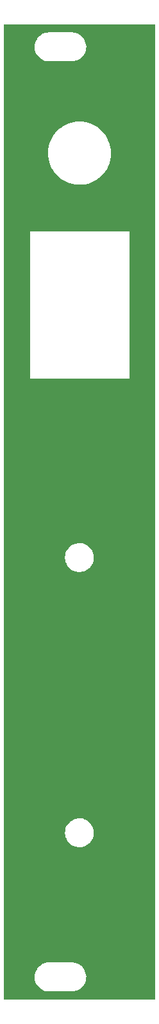
<source format=gtl>
G04 #@! TF.GenerationSoftware,KiCad,Pcbnew,6.0.4-6f826c9f35~116~ubuntu18.04.1*
G04 #@! TF.CreationDate,2022-10-10T17:57:14-04:00*
G04 #@! TF.ProjectId,4UP-panel,3455502d-7061-46e6-956c-2e6b69636164,rev?*
G04 #@! TF.SameCoordinates,Original*
G04 #@! TF.FileFunction,Copper,L1,Top*
G04 #@! TF.FilePolarity,Positive*
%FSLAX46Y46*%
G04 Gerber Fmt 4.6, Leading zero omitted, Abs format (unit mm)*
G04 Created by KiCad (PCBNEW 6.0.4-6f826c9f35~116~ubuntu18.04.1) date 2022-10-10 17:57:14*
%MOMM*%
%LPD*%
G01*
G04 APERTURE LIST*
G04 APERTURE END LIST*
G04 #@! TA.AperFunction,NonConductor*
G36*
X50931621Y-30030502D02*
G01*
X50978114Y-30084158D01*
X50989500Y-30136500D01*
X50989500Y-158363500D01*
X50969498Y-158431621D01*
X50915842Y-158478114D01*
X50863500Y-158489500D01*
X31136500Y-158489500D01*
X31068379Y-158469498D01*
X31021886Y-158415842D01*
X31010500Y-158363500D01*
X31010500Y-155543233D01*
X35094906Y-155543233D01*
X35121102Y-155817792D01*
X35186657Y-156085694D01*
X35290199Y-156341326D01*
X35292500Y-156345256D01*
X35292503Y-156345262D01*
X35427255Y-156575403D01*
X35427260Y-156575410D01*
X35429558Y-156579335D01*
X35432405Y-156582895D01*
X35550028Y-156729974D01*
X35601816Y-156794732D01*
X35803364Y-156983008D01*
X36029979Y-157140216D01*
X36034055Y-157142244D01*
X36034057Y-157142245D01*
X36272827Y-157261032D01*
X36272830Y-157261033D01*
X36276914Y-157263065D01*
X36538998Y-157348980D01*
X36543489Y-157349760D01*
X36543490Y-157349760D01*
X36806957Y-157395506D01*
X36806965Y-157395507D01*
X36810738Y-157396162D01*
X36814575Y-157396353D01*
X36896305Y-157400422D01*
X36896313Y-157400422D01*
X36897876Y-157400500D01*
X40070070Y-157400500D01*
X40072338Y-157400335D01*
X40072350Y-157400335D01*
X40206603Y-157390594D01*
X40275083Y-157385625D01*
X40279538Y-157384641D01*
X40279541Y-157384641D01*
X40539947Y-157327148D01*
X40539950Y-157327147D01*
X40544403Y-157326164D01*
X40802319Y-157228449D01*
X41043428Y-157094525D01*
X41262678Y-156927198D01*
X41265873Y-156923930D01*
X41452283Y-156733242D01*
X41452287Y-156733237D01*
X41455477Y-156729974D01*
X41617787Y-156506984D01*
X41746206Y-156262899D01*
X41838045Y-156002832D01*
X41874516Y-155817792D01*
X41890499Y-155736704D01*
X41890500Y-155736698D01*
X41891380Y-155732232D01*
X41891607Y-155727676D01*
X41904867Y-155461336D01*
X41904867Y-155461330D01*
X41905094Y-155456767D01*
X41878898Y-155182208D01*
X41813343Y-154914306D01*
X41709801Y-154658674D01*
X41707500Y-154654744D01*
X41707497Y-154654738D01*
X41572745Y-154424597D01*
X41572740Y-154424590D01*
X41570442Y-154420665D01*
X41452927Y-154273720D01*
X41401036Y-154208834D01*
X41401035Y-154208833D01*
X41398184Y-154205268D01*
X41196636Y-154016992D01*
X40970021Y-153859784D01*
X40792667Y-153771551D01*
X40727173Y-153738968D01*
X40727170Y-153738967D01*
X40723086Y-153736935D01*
X40461002Y-153651020D01*
X40456510Y-153650240D01*
X40193043Y-153604494D01*
X40193035Y-153604493D01*
X40189262Y-153603838D01*
X40179029Y-153603329D01*
X40103695Y-153599578D01*
X40103687Y-153599578D01*
X40102124Y-153599500D01*
X36929930Y-153599500D01*
X36927662Y-153599665D01*
X36927650Y-153599665D01*
X36793397Y-153609406D01*
X36724917Y-153614375D01*
X36720462Y-153615359D01*
X36720459Y-153615359D01*
X36460053Y-153672852D01*
X36460050Y-153672853D01*
X36455597Y-153673836D01*
X36197681Y-153771551D01*
X35956572Y-153905475D01*
X35737322Y-154072802D01*
X35734129Y-154076068D01*
X35734127Y-154076070D01*
X35547717Y-154266758D01*
X35547713Y-154266763D01*
X35544523Y-154270026D01*
X35382213Y-154493016D01*
X35253794Y-154737101D01*
X35161955Y-154997168D01*
X35161075Y-155001634D01*
X35124587Y-155186760D01*
X35108620Y-155267768D01*
X35108393Y-155272322D01*
X35108393Y-155272324D01*
X35099211Y-155456767D01*
X35094906Y-155543233D01*
X31010500Y-155543233D01*
X31010500Y-136543233D01*
X39094906Y-136543233D01*
X39121102Y-136817792D01*
X39186657Y-137085694D01*
X39290199Y-137341326D01*
X39292500Y-137345256D01*
X39292503Y-137345262D01*
X39427255Y-137575403D01*
X39427260Y-137575410D01*
X39429558Y-137579335D01*
X39432405Y-137582895D01*
X39550028Y-137729974D01*
X39601816Y-137794732D01*
X39803364Y-137983008D01*
X40029979Y-138140216D01*
X40034055Y-138142244D01*
X40034057Y-138142245D01*
X40272827Y-138261032D01*
X40272830Y-138261033D01*
X40276914Y-138263065D01*
X40538998Y-138348980D01*
X40543489Y-138349760D01*
X40543490Y-138349760D01*
X40806957Y-138395506D01*
X40806965Y-138395507D01*
X40810738Y-138396162D01*
X40814575Y-138396353D01*
X40896305Y-138400422D01*
X40896313Y-138400422D01*
X40897876Y-138400500D01*
X41070070Y-138400500D01*
X41072338Y-138400335D01*
X41072350Y-138400335D01*
X41206603Y-138390594D01*
X41275083Y-138385625D01*
X41279538Y-138384641D01*
X41279541Y-138384641D01*
X41539947Y-138327148D01*
X41539950Y-138327147D01*
X41544403Y-138326164D01*
X41802319Y-138228449D01*
X42043428Y-138094525D01*
X42262678Y-137927198D01*
X42265873Y-137923930D01*
X42452283Y-137733242D01*
X42452287Y-137733237D01*
X42455477Y-137729974D01*
X42617787Y-137506984D01*
X42746206Y-137262899D01*
X42838045Y-137002832D01*
X42874516Y-136817792D01*
X42890499Y-136736704D01*
X42890500Y-136736698D01*
X42891380Y-136732232D01*
X42891607Y-136727676D01*
X42904867Y-136461336D01*
X42904867Y-136461330D01*
X42905094Y-136456767D01*
X42878898Y-136182208D01*
X42813343Y-135914306D01*
X42709801Y-135658674D01*
X42707500Y-135654744D01*
X42707497Y-135654738D01*
X42572745Y-135424597D01*
X42572740Y-135424590D01*
X42570442Y-135420665D01*
X42452927Y-135273720D01*
X42401036Y-135208834D01*
X42401035Y-135208833D01*
X42398184Y-135205268D01*
X42196636Y-135016992D01*
X41970021Y-134859784D01*
X41792667Y-134771551D01*
X41727173Y-134738968D01*
X41727170Y-134738967D01*
X41723086Y-134736935D01*
X41461002Y-134651020D01*
X41456510Y-134650240D01*
X41193043Y-134604494D01*
X41193035Y-134604493D01*
X41189262Y-134603838D01*
X41179029Y-134603329D01*
X41103695Y-134599578D01*
X41103687Y-134599578D01*
X41102124Y-134599500D01*
X40929930Y-134599500D01*
X40927662Y-134599665D01*
X40927650Y-134599665D01*
X40793397Y-134609406D01*
X40724917Y-134614375D01*
X40720462Y-134615359D01*
X40720459Y-134615359D01*
X40460053Y-134672852D01*
X40460050Y-134672853D01*
X40455597Y-134673836D01*
X40197681Y-134771551D01*
X39956572Y-134905475D01*
X39737322Y-135072802D01*
X39734129Y-135076068D01*
X39734127Y-135076070D01*
X39547717Y-135266758D01*
X39547713Y-135266763D01*
X39544523Y-135270026D01*
X39382213Y-135493016D01*
X39253794Y-135737101D01*
X39161955Y-135997168D01*
X39161075Y-136001634D01*
X39124587Y-136186760D01*
X39108620Y-136267768D01*
X39108393Y-136272322D01*
X39108393Y-136272324D01*
X39099211Y-136456767D01*
X39094906Y-136543233D01*
X31010500Y-136543233D01*
X31010500Y-100293233D01*
X39094906Y-100293233D01*
X39121102Y-100567792D01*
X39186657Y-100835694D01*
X39290199Y-101091326D01*
X39292500Y-101095256D01*
X39292503Y-101095262D01*
X39427255Y-101325403D01*
X39427260Y-101325410D01*
X39429558Y-101329335D01*
X39432405Y-101332895D01*
X39550028Y-101479974D01*
X39601816Y-101544732D01*
X39803364Y-101733008D01*
X40029979Y-101890216D01*
X40034055Y-101892244D01*
X40034057Y-101892245D01*
X40272827Y-102011032D01*
X40272830Y-102011033D01*
X40276914Y-102013065D01*
X40538998Y-102098980D01*
X40543489Y-102099760D01*
X40543490Y-102099760D01*
X40806957Y-102145506D01*
X40806965Y-102145507D01*
X40810738Y-102146162D01*
X40814575Y-102146353D01*
X40896305Y-102150422D01*
X40896313Y-102150422D01*
X40897876Y-102150500D01*
X41070070Y-102150500D01*
X41072338Y-102150335D01*
X41072350Y-102150335D01*
X41206603Y-102140594D01*
X41275083Y-102135625D01*
X41279538Y-102134641D01*
X41279541Y-102134641D01*
X41539947Y-102077148D01*
X41539950Y-102077147D01*
X41544403Y-102076164D01*
X41802319Y-101978449D01*
X42043428Y-101844525D01*
X42262678Y-101677198D01*
X42265873Y-101673930D01*
X42452283Y-101483242D01*
X42452287Y-101483237D01*
X42455477Y-101479974D01*
X42617787Y-101256984D01*
X42746206Y-101012899D01*
X42838045Y-100752832D01*
X42874516Y-100567792D01*
X42890499Y-100486704D01*
X42890500Y-100486698D01*
X42891380Y-100482232D01*
X42891607Y-100477676D01*
X42904867Y-100211336D01*
X42904867Y-100211330D01*
X42905094Y-100206767D01*
X42878898Y-99932208D01*
X42813343Y-99664306D01*
X42709801Y-99408674D01*
X42707500Y-99404744D01*
X42707497Y-99404738D01*
X42572745Y-99174597D01*
X42572740Y-99174590D01*
X42570442Y-99170665D01*
X42452927Y-99023720D01*
X42401036Y-98958834D01*
X42401035Y-98958833D01*
X42398184Y-98955268D01*
X42196636Y-98766992D01*
X41970021Y-98609784D01*
X41792667Y-98521551D01*
X41727173Y-98488968D01*
X41727170Y-98488967D01*
X41723086Y-98486935D01*
X41461002Y-98401020D01*
X41456510Y-98400240D01*
X41193043Y-98354494D01*
X41193035Y-98354493D01*
X41189262Y-98353838D01*
X41179029Y-98353329D01*
X41103695Y-98349578D01*
X41103687Y-98349578D01*
X41102124Y-98349500D01*
X40929930Y-98349500D01*
X40927662Y-98349665D01*
X40927650Y-98349665D01*
X40793397Y-98359406D01*
X40724917Y-98364375D01*
X40720462Y-98365359D01*
X40720459Y-98365359D01*
X40460053Y-98422852D01*
X40460050Y-98422853D01*
X40455597Y-98423836D01*
X40197681Y-98521551D01*
X39956572Y-98655475D01*
X39737322Y-98822802D01*
X39734129Y-98826068D01*
X39734127Y-98826070D01*
X39547717Y-99016758D01*
X39547713Y-99016763D01*
X39544523Y-99020026D01*
X39382213Y-99243016D01*
X39253794Y-99487101D01*
X39161955Y-99747168D01*
X39161075Y-99751634D01*
X39124587Y-99936760D01*
X39108620Y-100017768D01*
X39108393Y-100022322D01*
X39108393Y-100022324D01*
X39099211Y-100206767D01*
X39094906Y-100293233D01*
X31010500Y-100293233D01*
X31010500Y-76700000D01*
X34488635Y-76700000D01*
X34489500Y-76702088D01*
X34491964Y-76708036D01*
X34500000Y-76711365D01*
X34502088Y-76710500D01*
X47597912Y-76710500D01*
X47600000Y-76711365D01*
X47602088Y-76710500D01*
X47608036Y-76708036D01*
X47611365Y-76700000D01*
X47610500Y-76697912D01*
X47610500Y-57302088D01*
X47611365Y-57300000D01*
X47608036Y-57291964D01*
X47602088Y-57289500D01*
X47600000Y-57288635D01*
X47597912Y-57289500D01*
X34502088Y-57289500D01*
X34500000Y-57288635D01*
X34497912Y-57289500D01*
X34491964Y-57291964D01*
X34488635Y-57300000D01*
X34489500Y-57302088D01*
X34489500Y-76697912D01*
X34488635Y-76700000D01*
X31010500Y-76700000D01*
X31010500Y-46941840D01*
X36834888Y-46941840D01*
X36834901Y-46942204D01*
X36834998Y-46944984D01*
X36834998Y-46944988D01*
X36840981Y-47116308D01*
X36849091Y-47348562D01*
X36902915Y-47751956D01*
X36995847Y-48148172D01*
X37126999Y-48533429D01*
X37295120Y-48904050D01*
X37498605Y-49256495D01*
X37500394Y-49258993D01*
X37500396Y-49258997D01*
X37600286Y-49398521D01*
X37735511Y-49587402D01*
X37737538Y-49589717D01*
X37737540Y-49589720D01*
X37851075Y-49719410D01*
X38003577Y-49893612D01*
X38300245Y-50172202D01*
X38302695Y-50174089D01*
X38302700Y-50174093D01*
X38594939Y-50399147D01*
X38622682Y-50420512D01*
X38967812Y-50636173D01*
X39332339Y-50817125D01*
X39507367Y-50883612D01*
X39709898Y-50960547D01*
X39709903Y-50960549D01*
X39712784Y-50961643D01*
X40105516Y-51068346D01*
X40108559Y-51068861D01*
X40108565Y-51068862D01*
X40503745Y-51135702D01*
X40503752Y-51135703D01*
X40506786Y-51136216D01*
X40509857Y-51136431D01*
X40509859Y-51136431D01*
X40909698Y-51164390D01*
X40909706Y-51164390D01*
X40912764Y-51164604D01*
X41174146Y-51157303D01*
X41316500Y-51153327D01*
X41316503Y-51153327D01*
X41319574Y-51153241D01*
X41322627Y-51152855D01*
X41322631Y-51152855D01*
X41468743Y-51134397D01*
X41723335Y-51102234D01*
X41726339Y-51101552D01*
X41726342Y-51101551D01*
X42117194Y-51012752D01*
X42117200Y-51012750D01*
X42120190Y-51012071D01*
X42346170Y-50936898D01*
X42503430Y-50884585D01*
X42503436Y-50884583D01*
X42506354Y-50883612D01*
X42560838Y-50859354D01*
X42875339Y-50719329D01*
X42875345Y-50719326D01*
X42878139Y-50718082D01*
X43022325Y-50636173D01*
X43229323Y-50518582D01*
X43229331Y-50518577D01*
X43231996Y-50517063D01*
X43564549Y-50282473D01*
X43872623Y-50016551D01*
X43874744Y-50014324D01*
X43874750Y-50014318D01*
X44151160Y-49724058D01*
X44153277Y-49721835D01*
X44256497Y-49589720D01*
X44401922Y-49403584D01*
X44401924Y-49403581D01*
X44403832Y-49401139D01*
X44405488Y-49398529D01*
X44405494Y-49398521D01*
X44620244Y-49060129D01*
X44620246Y-49060126D01*
X44621897Y-49057524D01*
X44805390Y-48694269D01*
X44952560Y-48314842D01*
X45062002Y-47922864D01*
X45132672Y-47522078D01*
X45163894Y-47116308D01*
X45165518Y-47000000D01*
X45162692Y-46942204D01*
X45145788Y-46596587D01*
X45145638Y-46593517D01*
X45137525Y-46538574D01*
X45086636Y-46193959D01*
X45086635Y-46193955D01*
X45086186Y-46190913D01*
X44987732Y-45796033D01*
X44851213Y-45412644D01*
X44677934Y-45044408D01*
X44676367Y-45041779D01*
X44676362Y-45041770D01*
X44471118Y-44697472D01*
X44469548Y-44694838D01*
X44467734Y-44692378D01*
X44467729Y-44692370D01*
X44363621Y-44551162D01*
X44228045Y-44367271D01*
X44155281Y-44286458D01*
X43957799Y-44067131D01*
X43957791Y-44067123D01*
X43955730Y-44064834D01*
X43655201Y-43790413D01*
X43329328Y-43546629D01*
X43273610Y-43512885D01*
X42983849Y-43337399D01*
X42983840Y-43337394D01*
X42981221Y-43335808D01*
X42751954Y-43225962D01*
X42616975Y-43161290D01*
X42616973Y-43161289D01*
X42614203Y-43159962D01*
X42611314Y-43158910D01*
X42611308Y-43158908D01*
X42234676Y-43021826D01*
X42234673Y-43021825D01*
X42231777Y-43020771D01*
X41893133Y-42933822D01*
X41840578Y-42920328D01*
X41840575Y-42920327D01*
X41837594Y-42919562D01*
X41435415Y-42857301D01*
X41029081Y-42834584D01*
X41026003Y-42834713D01*
X41025999Y-42834713D01*
X40761784Y-42845787D01*
X40622468Y-42851626D01*
X40619424Y-42852054D01*
X40619422Y-42852054D01*
X40558607Y-42860601D01*
X40219460Y-42908265D01*
X39823902Y-43003960D01*
X39439569Y-43137799D01*
X39436771Y-43139092D01*
X39072929Y-43307210D01*
X39072919Y-43307215D01*
X39070132Y-43308503D01*
X38719116Y-43514443D01*
X38553038Y-43635106D01*
X38392352Y-43751851D01*
X38392346Y-43751856D01*
X38389871Y-43753654D01*
X38387585Y-43755683D01*
X38387582Y-43755686D01*
X38350544Y-43788570D01*
X38085540Y-44023851D01*
X38083461Y-44026096D01*
X38083454Y-44026103D01*
X37811114Y-44320204D01*
X37809028Y-44322457D01*
X37562975Y-44646620D01*
X37561364Y-44649238D01*
X37561361Y-44649243D01*
X37524453Y-44709236D01*
X37349729Y-44993246D01*
X37171325Y-45359028D01*
X37029467Y-45740473D01*
X36925509Y-46133940D01*
X36860442Y-46535674D01*
X36834888Y-46941840D01*
X31010500Y-46941840D01*
X31010500Y-33043233D01*
X35094906Y-33043233D01*
X35121102Y-33317792D01*
X35186657Y-33585694D01*
X35290199Y-33841326D01*
X35292500Y-33845256D01*
X35292503Y-33845262D01*
X35427255Y-34075403D01*
X35427260Y-34075410D01*
X35429558Y-34079335D01*
X35432405Y-34082895D01*
X35550028Y-34229974D01*
X35601816Y-34294732D01*
X35803364Y-34483008D01*
X36029979Y-34640216D01*
X36034055Y-34642244D01*
X36034057Y-34642245D01*
X36272827Y-34761032D01*
X36272830Y-34761033D01*
X36276914Y-34763065D01*
X36538998Y-34848980D01*
X36543489Y-34849760D01*
X36543490Y-34849760D01*
X36806957Y-34895506D01*
X36806965Y-34895507D01*
X36810738Y-34896162D01*
X36814575Y-34896353D01*
X36896305Y-34900422D01*
X36896313Y-34900422D01*
X36897876Y-34900500D01*
X40070070Y-34900500D01*
X40072338Y-34900335D01*
X40072350Y-34900335D01*
X40206603Y-34890594D01*
X40275083Y-34885625D01*
X40279538Y-34884641D01*
X40279541Y-34884641D01*
X40539947Y-34827148D01*
X40539950Y-34827147D01*
X40544403Y-34826164D01*
X40802319Y-34728449D01*
X41043428Y-34594525D01*
X41262678Y-34427198D01*
X41265873Y-34423930D01*
X41452283Y-34233242D01*
X41452287Y-34233237D01*
X41455477Y-34229974D01*
X41617787Y-34006984D01*
X41746206Y-33762899D01*
X41838045Y-33502832D01*
X41874516Y-33317792D01*
X41890499Y-33236704D01*
X41890500Y-33236698D01*
X41891380Y-33232232D01*
X41891607Y-33227676D01*
X41904867Y-32961336D01*
X41904867Y-32961330D01*
X41905094Y-32956767D01*
X41878898Y-32682208D01*
X41813343Y-32414306D01*
X41709801Y-32158674D01*
X41707500Y-32154744D01*
X41707497Y-32154738D01*
X41572745Y-31924597D01*
X41572740Y-31924590D01*
X41570442Y-31920665D01*
X41452927Y-31773720D01*
X41401036Y-31708834D01*
X41401035Y-31708833D01*
X41398184Y-31705268D01*
X41196636Y-31516992D01*
X40970021Y-31359784D01*
X40792667Y-31271551D01*
X40727173Y-31238968D01*
X40727170Y-31238967D01*
X40723086Y-31236935D01*
X40461002Y-31151020D01*
X40456510Y-31150240D01*
X40193043Y-31104494D01*
X40193035Y-31104493D01*
X40189262Y-31103838D01*
X40179029Y-31103329D01*
X40103695Y-31099578D01*
X40103687Y-31099578D01*
X40102124Y-31099500D01*
X36929930Y-31099500D01*
X36927662Y-31099665D01*
X36927650Y-31099665D01*
X36793397Y-31109406D01*
X36724917Y-31114375D01*
X36720462Y-31115359D01*
X36720459Y-31115359D01*
X36460053Y-31172852D01*
X36460050Y-31172853D01*
X36455597Y-31173836D01*
X36197681Y-31271551D01*
X35956572Y-31405475D01*
X35737322Y-31572802D01*
X35734129Y-31576068D01*
X35734127Y-31576070D01*
X35547717Y-31766758D01*
X35547713Y-31766763D01*
X35544523Y-31770026D01*
X35382213Y-31993016D01*
X35253794Y-32237101D01*
X35161955Y-32497168D01*
X35161075Y-32501634D01*
X35124587Y-32686760D01*
X35108620Y-32767768D01*
X35108393Y-32772322D01*
X35108393Y-32772324D01*
X35099211Y-32956767D01*
X35094906Y-33043233D01*
X31010500Y-33043233D01*
X31010500Y-30136500D01*
X31030502Y-30068379D01*
X31084158Y-30021886D01*
X31136500Y-30010500D01*
X50863500Y-30010500D01*
X50931621Y-30030502D01*
G37*
G04 #@! TD.AperFunction*
M02*

</source>
